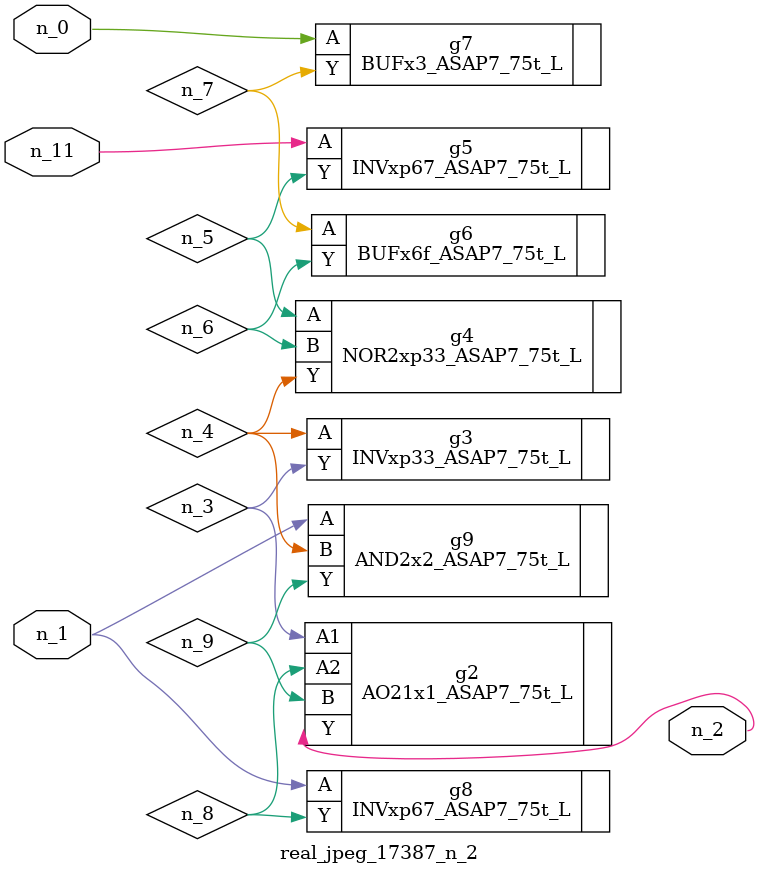
<source format=v>
module real_jpeg_17387_n_2 (n_1, n_11, n_0, n_2);

input n_1;
input n_11;
input n_0;

output n_2;

wire n_5;
wire n_8;
wire n_4;
wire n_6;
wire n_7;
wire n_3;
wire n_9;

BUFx3_ASAP7_75t_L g7 ( 
.A(n_0),
.Y(n_7)
);

INVxp67_ASAP7_75t_L g8 ( 
.A(n_1),
.Y(n_8)
);

AND2x2_ASAP7_75t_L g9 ( 
.A(n_1),
.B(n_4),
.Y(n_9)
);

AO21x1_ASAP7_75t_L g2 ( 
.A1(n_3),
.A2(n_8),
.B(n_9),
.Y(n_2)
);

INVxp33_ASAP7_75t_L g3 ( 
.A(n_4),
.Y(n_3)
);

NOR2xp33_ASAP7_75t_L g4 ( 
.A(n_5),
.B(n_6),
.Y(n_4)
);

BUFx6f_ASAP7_75t_L g6 ( 
.A(n_7),
.Y(n_6)
);

INVxp67_ASAP7_75t_L g5 ( 
.A(n_11),
.Y(n_5)
);


endmodule
</source>
